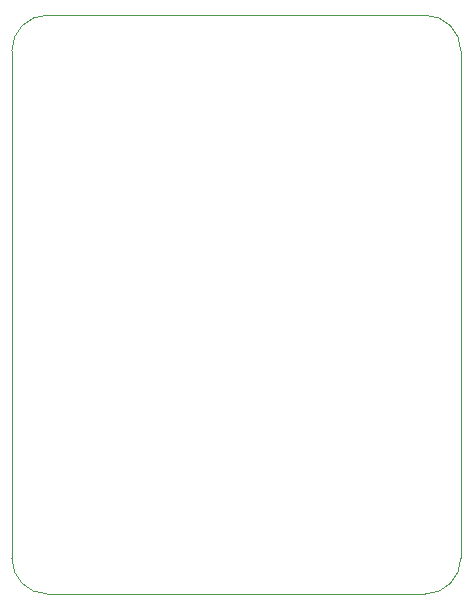
<source format=gko>
G04 Layer_Color=16711935*
%FSLAX24Y24*%
%MOIN*%
G70*
G01*
G75*
%ADD47C,0.0039*%
D47*
X1181Y19291D02*
G03*
X0Y18110I0J-1181D01*
G01*
X14961D02*
G03*
X13780Y19291I-1181J0D01*
G01*
Y0D02*
G03*
X14961Y1181I0J1181D01*
G01*
X0D02*
G03*
X1181Y0I1181J0D01*
G01*
Y19291D02*
X13780D01*
X14961Y1181D02*
Y18110D01*
X0Y1181D02*
Y18110D01*
X1181Y0D02*
X13780D01*
M02*

</source>
